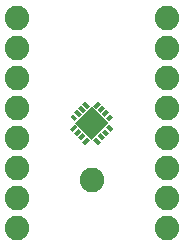
<source format=gts>
G75*
%MOIN*%
%OFA0B0*%
%FSLAX25Y25*%
%IPPOS*%
%LPD*%
%AMOC8*
5,1,8,0,0,1.08239X$1,22.5*
%
%ADD10C,0.08200*%
%ADD11R,0.07874X0.07874*%
%ADD12R,0.02165X0.01378*%
%ADD13C,0.02178*%
%ADD14C,0.03778*%
D10*
X0010961Y0010724D03*
X0010961Y0020724D03*
X0010961Y0030724D03*
X0010961Y0040724D03*
X0010961Y0050724D03*
X0010961Y0060724D03*
X0010961Y0070724D03*
X0010961Y0080724D03*
X0035961Y0026551D03*
X0060961Y0030724D03*
X0060961Y0020724D03*
X0060961Y0010724D03*
X0060961Y0040724D03*
X0060961Y0050724D03*
X0060961Y0060724D03*
X0060961Y0070724D03*
X0060961Y0080724D03*
D11*
G36*
X0035961Y0040157D02*
X0030394Y0045724D01*
X0035961Y0051291D01*
X0041528Y0045724D01*
X0035961Y0040157D01*
G37*
D12*
G36*
X0037493Y0040991D02*
X0039022Y0039462D01*
X0038047Y0038487D01*
X0036518Y0040016D01*
X0037493Y0040991D01*
G37*
G36*
X0038885Y0042383D02*
X0040414Y0040854D01*
X0039439Y0039879D01*
X0037910Y0041408D01*
X0038885Y0042383D01*
G37*
G36*
X0040277Y0043775D02*
X0041806Y0042246D01*
X0040831Y0041271D01*
X0039302Y0042800D01*
X0040277Y0043775D01*
G37*
G36*
X0041669Y0045167D02*
X0043198Y0043638D01*
X0042223Y0042663D01*
X0040694Y0044192D01*
X0041669Y0045167D01*
G37*
G36*
X0040694Y0047257D02*
X0042223Y0048786D01*
X0043198Y0047811D01*
X0041669Y0046282D01*
X0040694Y0047257D01*
G37*
G36*
X0039302Y0048649D02*
X0040831Y0050178D01*
X0041806Y0049203D01*
X0040277Y0047674D01*
X0039302Y0048649D01*
G37*
G36*
X0037910Y0050041D02*
X0039439Y0051570D01*
X0040414Y0050595D01*
X0038885Y0049066D01*
X0037910Y0050041D01*
G37*
G36*
X0036518Y0051433D02*
X0038047Y0052962D01*
X0039022Y0051987D01*
X0037493Y0050458D01*
X0036518Y0051433D01*
G37*
G36*
X0034428Y0050458D02*
X0032899Y0051987D01*
X0033874Y0052962D01*
X0035403Y0051433D01*
X0034428Y0050458D01*
G37*
G36*
X0033036Y0049066D02*
X0031507Y0050595D01*
X0032482Y0051570D01*
X0034011Y0050041D01*
X0033036Y0049066D01*
G37*
G36*
X0031644Y0047674D02*
X0030115Y0049203D01*
X0031090Y0050178D01*
X0032619Y0048649D01*
X0031644Y0047674D01*
G37*
G36*
X0030252Y0046282D02*
X0028723Y0047811D01*
X0029698Y0048786D01*
X0031227Y0047257D01*
X0030252Y0046282D01*
G37*
G36*
X0031227Y0044192D02*
X0029698Y0042663D01*
X0028723Y0043638D01*
X0030252Y0045167D01*
X0031227Y0044192D01*
G37*
G36*
X0032619Y0042800D02*
X0031090Y0041271D01*
X0030115Y0042246D01*
X0031644Y0043775D01*
X0032619Y0042800D01*
G37*
G36*
X0034011Y0041408D02*
X0032482Y0039879D01*
X0031507Y0040854D01*
X0033036Y0042383D01*
X0034011Y0041408D01*
G37*
G36*
X0035403Y0040016D02*
X0033874Y0038487D01*
X0032899Y0039462D01*
X0034428Y0040991D01*
X0035403Y0040016D01*
G37*
D13*
X0035961Y0042105D03*
X0039580Y0045724D03*
X0035961Y0049343D03*
X0032342Y0045724D03*
D14*
X0035961Y0045724D03*
M02*

</source>
